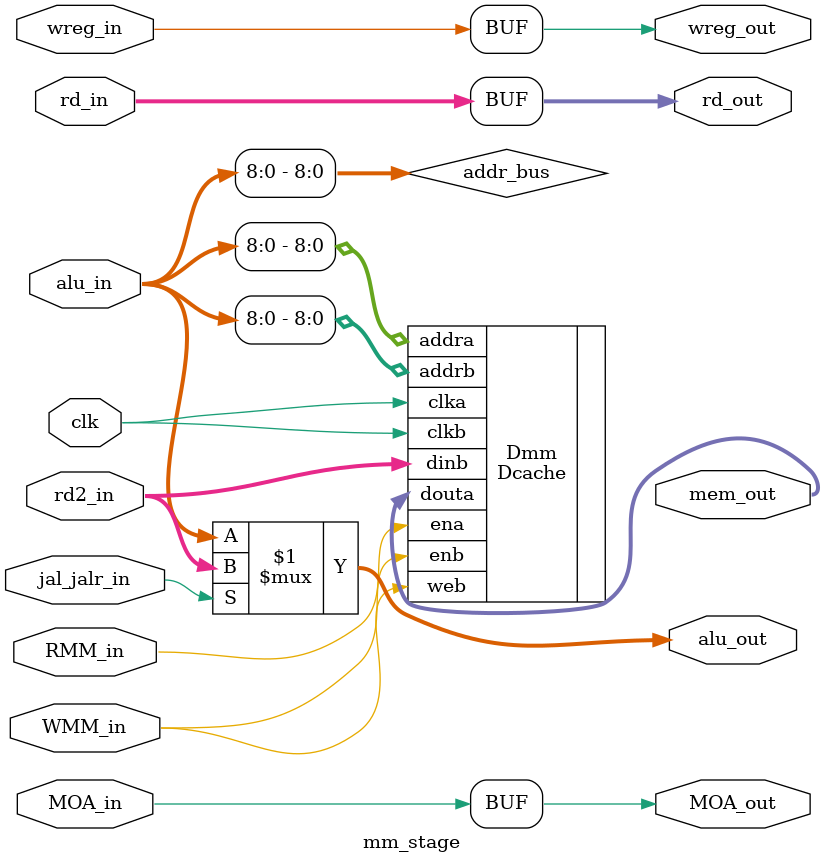
<source format=v>

module mm_stage (
	input  wire        clk,

	input  wire [31:0] alu_in,
	input  wire [31:0] rd2_in,
	input  wire        wreg_in,
	input  wire [4:0]  rd_in,
	input  wire        WMM_in,
	input  wire        RMM_in,
	input  wire        MOA_in,
	input  wire        jal_jalr_in,

	output wire [31:0] alu_out,
	output wire [31:0] mem_out,
	output wire        wreg_out,
	output wire [4:0]  rd_out,
	output wire        MOA_out
);

wire [8:0] addr_bus;
assign addr_bus = alu_in[8:0];		// Dmem's depth is 512 (32*512)

assign alu_out  = jal_jalr_in ? rd2_in : alu_in;

assign wreg_out = wreg_in;
assign rd_out   = rd_in;
assign MOA_out  = MOA_in;

Dcache Dmm(
	.addra (addr_bus),
	.addrb (addr_bus),
	.clka  (clk),
	.clkb  (clk),
	.dinb  (rd2_in),
	.douta (mem_out),
	.ena   (RMM_in),
	.enb   (WMM_in),
	.web   (WMM_in)
);

endmodule
</source>
